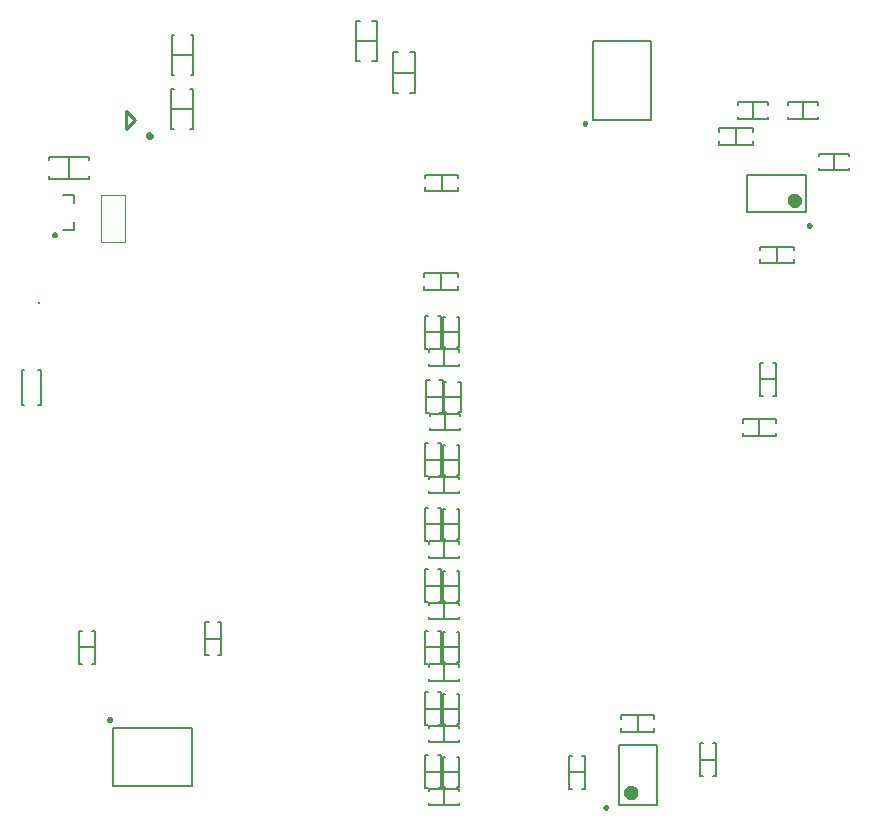
<source format=gbo>
%FSTAX23Y23*%
%MOIN*%
%SFA1B1*%

%IPPOS*%
%ADD10C,0.009840*%
%ADD11C,0.023620*%
%ADD12C,0.010000*%
%ADD13C,0.005910*%
%ADD14C,0.007870*%
%ADD63C,0.019680*%
%ADD80C,0.003940*%
%LNsg_can_board-1*%
%LPD*%
G54D10*
X0213Y00052D02*
D01*
X0213Y00053*
X02129Y00053*
X02129Y00053*
X02129Y00054*
X02129Y00054*
X02129Y00054*
X02129Y00055*
X02129Y00055*
X02129Y00055*
X02128Y00056*
X02128Y00056*
X02128Y00056*
X02128Y00056*
X02127Y00057*
X02127Y00057*
X02127Y00057*
X02126Y00057*
X02126Y00057*
X02126Y00057*
X02125Y00057*
X02125Y00057*
X02125Y00057*
X02124*
X02124Y00057*
X02124Y00057*
X02123Y00057*
X02123Y00057*
X02123Y00057*
X02122Y00057*
X02122Y00057*
X02122Y00057*
X02122Y00056*
X02121Y00056*
X02121Y00056*
X02121Y00056*
X02121Y00055*
X0212Y00055*
X0212Y00055*
X0212Y00054*
X0212Y00054*
X0212Y00054*
X0212Y00053*
X0212Y00053*
X0212Y00053*
X0212Y00052*
X0212Y00052*
X0212Y00052*
X0212Y00051*
X0212Y00051*
X0212Y00051*
X0212Y0005*
X0212Y0005*
X0212Y0005*
X02121Y0005*
X02121Y00049*
X02121Y00049*
X02121Y00049*
X02122Y00049*
X02122Y00048*
X02122Y00048*
X02122Y00048*
X02123Y00048*
X02123Y00048*
X02123Y00048*
X02124Y00048*
X02124Y00048*
X02124Y00048*
X02125*
X02125Y00048*
X02125Y00048*
X02126Y00048*
X02126Y00048*
X02126Y00048*
X02127Y00048*
X02127Y00048*
X02127Y00048*
X02128Y00049*
X02128Y00049*
X02128Y00049*
X02128Y00049*
X02129Y0005*
X02129Y0005*
X02129Y0005*
X02129Y0005*
X02129Y00051*
X02129Y00051*
X02129Y00051*
X02129Y00052*
X0213Y00052*
X0213Y00052*
X0206Y02333D02*
D01*
X0206Y02333*
X0206Y02334*
X0206Y02334*
X0206Y02334*
X0206Y02335*
X0206Y02335*
X0206Y02335*
X0206Y02336*
X02059Y02336*
X02059Y02336*
X02059Y02336*
X02059Y02337*
X02059Y02337*
X02058Y02337*
X02058Y02337*
X02058Y02337*
X02057Y02338*
X02057Y02338*
X02057Y02338*
X02056Y02338*
X02056Y02338*
X02056Y02338*
X02055*
X02055Y02338*
X02055Y02338*
X02054Y02338*
X02054Y02338*
X02054Y02338*
X02053Y02337*
X02053Y02337*
X02053Y02337*
X02052Y02337*
X02052Y02337*
X02052Y02336*
X02052Y02336*
X02052Y02336*
X02051Y02336*
X02051Y02335*
X02051Y02335*
X02051Y02335*
X02051Y02334*
X02051Y02334*
X02051Y02334*
X02051Y02333*
X02051Y02333*
X02051Y02333*
X02051Y02332*
X02051Y02332*
X02051Y02332*
X02051Y02331*
X02051Y02331*
X02051Y02331*
X02051Y0233*
X02052Y0233*
X02052Y0233*
X02052Y0233*
X02052Y02329*
X02052Y02329*
X02053Y02329*
X02053Y02329*
X02053Y02329*
X02054Y02328*
X02054Y02328*
X02054Y02328*
X02055Y02328*
X02055Y02328*
X02055Y02328*
X02056*
X02056Y02328*
X02056Y02328*
X02057Y02328*
X02057Y02328*
X02057Y02328*
X02058Y02329*
X02058Y02329*
X02058Y02329*
X02059Y02329*
X02059Y02329*
X02059Y0233*
X02059Y0233*
X02059Y0233*
X0206Y0233*
X0206Y02331*
X0206Y02331*
X0206Y02331*
X0206Y02332*
X0206Y02332*
X0206Y02332*
X0206Y02333*
X0206Y02333*
X00476Y00345D02*
D01*
X00476Y00345*
X00476Y00346*
X00476Y00346*
X00476Y00346*
X00476Y00347*
X00476Y00347*
X00475Y00347*
X00475Y00348*
X00475Y00348*
X00475Y00348*
X00475Y00349*
X00474Y00349*
X00474Y00349*
X00474Y00349*
X00474Y00349*
X00473Y0035*
X00473Y0035*
X00473Y0035*
X00472Y0035*
X00472Y0035*
X00472Y0035*
X00471Y0035*
X00471*
X00471Y0035*
X0047Y0035*
X0047Y0035*
X0047Y0035*
X00469Y0035*
X00469Y0035*
X00469Y00349*
X00468Y00349*
X00468Y00349*
X00468Y00349*
X00468Y00349*
X00467Y00348*
X00467Y00348*
X00467Y00348*
X00467Y00347*
X00467Y00347*
X00467Y00347*
X00466Y00346*
X00466Y00346*
X00466Y00346*
X00466Y00345*
X00466Y00345*
X00466Y00345*
X00466Y00344*
X00466Y00344*
X00466Y00344*
X00467Y00343*
X00467Y00343*
X00467Y00343*
X00467Y00342*
X00467Y00342*
X00467Y00342*
X00468Y00342*
X00468Y00341*
X00468Y00341*
X00468Y00341*
X00469Y00341*
X00469Y00341*
X00469Y00341*
X0047Y0034*
X0047Y0034*
X0047Y0034*
X00471Y0034*
X00471Y0034*
X00471*
X00472Y0034*
X00472Y0034*
X00472Y0034*
X00473Y0034*
X00473Y00341*
X00473Y00341*
X00474Y00341*
X00474Y00341*
X00474Y00341*
X00474Y00341*
X00475Y00342*
X00475Y00342*
X00475Y00342*
X00475Y00342*
X00475Y00343*
X00476Y00343*
X00476Y00343*
X00476Y00344*
X00476Y00344*
X00476Y00344*
X00476Y00345*
X00476Y00345*
X00292Y01961D02*
D01*
X00292Y01961*
X00292Y01962*
X00292Y01962*
X00292Y01962*
X00292Y01963*
X00292Y01963*
X00291Y01963*
X00291Y01964*
X00291Y01964*
X00291Y01964*
X00291Y01964*
X0029Y01965*
X0029Y01965*
X0029Y01965*
X0029Y01965*
X00289Y01965*
X00289Y01966*
X00289Y01966*
X00288Y01966*
X00288Y01966*
X00288Y01966*
X00287Y01966*
X00287*
X00287Y01966*
X00286Y01966*
X00286Y01966*
X00286Y01966*
X00285Y01966*
X00285Y01965*
X00285Y01965*
X00284Y01965*
X00284Y01965*
X00284Y01965*
X00284Y01964*
X00283Y01964*
X00283Y01964*
X00283Y01964*
X00283Y01963*
X00283Y01963*
X00282Y01963*
X00282Y01962*
X00282Y01962*
X00282Y01962*
X00282Y01961*
X00282Y01961*
X00282Y01961*
X00282Y0196*
X00282Y0196*
X00282Y0196*
X00282Y01959*
X00283Y01959*
X00283Y01959*
X00283Y01958*
X00283Y01958*
X00283Y01958*
X00284Y01958*
X00284Y01957*
X00284Y01957*
X00284Y01957*
X00285Y01957*
X00285Y01957*
X00285Y01956*
X00286Y01956*
X00286Y01956*
X00286Y01956*
X00287Y01956*
X00287Y01956*
X00287*
X00288Y01956*
X00288Y01956*
X00288Y01956*
X00289Y01956*
X00289Y01956*
X00289Y01957*
X0029Y01957*
X0029Y01957*
X0029Y01957*
X0029Y01957*
X00291Y01958*
X00291Y01958*
X00291Y01958*
X00291Y01958*
X00291Y01959*
X00292Y01959*
X00292Y01959*
X00292Y0196*
X00292Y0196*
X00292Y0196*
X00292Y01961*
X00292Y01961*
X02808Y01992D02*
D01*
X02808Y01993*
X02808Y01993*
X02808Y01993*
X02808Y01994*
X02808Y01994*
X02807Y01994*
X02807Y01995*
X02807Y01995*
X02807Y01995*
X02807Y01995*
X02807Y01996*
X02806Y01996*
X02806Y01996*
X02806Y01996*
X02805Y01996*
X02805Y01997*
X02805Y01997*
X02804Y01997*
X02804Y01997*
X02804Y01997*
X02803Y01997*
X02803Y01997*
X02803*
X02802Y01997*
X02802Y01997*
X02802Y01997*
X02801Y01997*
X02801Y01997*
X02801Y01997*
X02801Y01996*
X028Y01996*
X028Y01996*
X028Y01996*
X02799Y01996*
X02799Y01995*
X02799Y01995*
X02799Y01995*
X02799Y01995*
X02798Y01994*
X02798Y01994*
X02798Y01994*
X02798Y01993*
X02798Y01993*
X02798Y01993*
X02798Y01992*
X02798Y01992*
X02798Y01992*
X02798Y01991*
X02798Y01991*
X02798Y01991*
X02798Y0199*
X02799Y0199*
X02799Y0199*
X02799Y01989*
X02799Y01989*
X02799Y01989*
X028Y01989*
X028Y01988*
X028Y01988*
X02801Y01988*
X02801Y01988*
X02801Y01988*
X02801Y01988*
X02802Y01987*
X02802Y01987*
X02802Y01987*
X02803Y01987*
X02803*
X02803Y01987*
X02804Y01987*
X02804Y01987*
X02804Y01988*
X02805Y01988*
X02805Y01988*
X02805Y01988*
X02806Y01988*
X02806Y01988*
X02806Y01989*
X02807Y01989*
X02807Y01989*
X02807Y01989*
X02807Y0199*
X02807Y0199*
X02807Y0199*
X02808Y01991*
X02808Y01991*
X02808Y01991*
X02808Y01992*
X02808Y01992*
X02808Y01992*
G54D11*
X0222Y00102D02*
D01*
X0222Y00103*
X0222Y00104*
X0222Y00104*
X0222Y00105*
X02219Y00106*
X02219Y00107*
X02219Y00107*
X02218Y00108*
X02218Y00109*
X02217Y00109*
X02217Y0011*
X02216Y00111*
X02216Y00111*
X02215Y00112*
X02214Y00112*
X02213Y00112*
X02213Y00113*
X02212Y00113*
X02211Y00113*
X0221Y00113*
X02209Y00114*
X02209Y00114*
X02208*
X02207Y00114*
X02206Y00113*
X02205Y00113*
X02205Y00113*
X02204Y00113*
X02203Y00112*
X02202Y00112*
X02202Y00112*
X02201Y00111*
X022Y00111*
X022Y0011*
X02199Y00109*
X02199Y00109*
X02198Y00108*
X02198Y00107*
X02197Y00107*
X02197Y00106*
X02197Y00105*
X02197Y00104*
X02197Y00104*
X02196Y00103*
X02196Y00102*
X02196Y00101*
X02197Y001*
X02197Y00099*
X02197Y00099*
X02197Y00098*
X02197Y00097*
X02198Y00096*
X02198Y00096*
X02199Y00095*
X02199Y00094*
X022Y00094*
X022Y00093*
X02201Y00093*
X02202Y00092*
X02202Y00092*
X02203Y00091*
X02204Y00091*
X02205Y00091*
X02205Y0009*
X02206Y0009*
X02207Y0009*
X02208Y0009*
X02209*
X02209Y0009*
X0221Y0009*
X02211Y0009*
X02212Y00091*
X02213Y00091*
X02213Y00091*
X02214Y00092*
X02215Y00092*
X02216Y00093*
X02216Y00093*
X02217Y00094*
X02217Y00094*
X02218Y00095*
X02218Y00096*
X02219Y00096*
X02219Y00097*
X02219Y00098*
X0222Y00099*
X0222Y00099*
X0222Y001*
X0222Y00101*
X0222Y00102*
X02765Y02076D02*
D01*
X02765Y02077*
X02765Y02078*
X02765Y02078*
X02765Y02079*
X02765Y0208*
X02764Y02081*
X02764Y02081*
X02764Y02082*
X02763Y02083*
X02763Y02083*
X02762Y02084*
X02761Y02085*
X02761Y02085*
X0276Y02086*
X02759Y02086*
X02759Y02086*
X02758Y02087*
X02757Y02087*
X02756Y02087*
X02756Y02088*
X02755Y02088*
X02754Y02088*
X02753*
X02752Y02088*
X02752Y02088*
X02751Y02087*
X0275Y02087*
X02749Y02087*
X02748Y02086*
X02748Y02086*
X02747Y02086*
X02746Y02085*
X02746Y02085*
X02745Y02084*
X02745Y02083*
X02744Y02083*
X02744Y02082*
X02743Y02081*
X02743Y02081*
X02742Y0208*
X02742Y02079*
X02742Y02078*
X02742Y02078*
X02742Y02077*
X02742Y02076*
X02742Y02075*
X02742Y02074*
X02742Y02073*
X02742Y02073*
X02742Y02072*
X02743Y02071*
X02743Y0207*
X02744Y0207*
X02744Y02069*
X02745Y02068*
X02745Y02068*
X02746Y02067*
X02746Y02067*
X02747Y02066*
X02748Y02066*
X02748Y02065*
X02749Y02065*
X0275Y02065*
X02751Y02064*
X02752Y02064*
X02752Y02064*
X02753Y02064*
X02754*
X02755Y02064*
X02756Y02064*
X02756Y02064*
X02757Y02065*
X02758Y02065*
X02759Y02065*
X02759Y02066*
X0276Y02066*
X02761Y02067*
X02761Y02067*
X02762Y02068*
X02763Y02068*
X02763Y02069*
X02764Y0207*
X02764Y0207*
X02764Y02071*
X02765Y02072*
X02765Y02073*
X02765Y02073*
X02765Y02074*
X02765Y02075*
X02765Y02076*
G54D12*
X00525Y02375D02*
X00555Y02345D01*
X00525Y0232D02*
Y02375D01*
Y02315D02*
Y0232D01*
Y02315D02*
X00555Y02345D01*
G54D13*
X00677Y02313D02*
Y02446D01*
X00685*
X00677Y02313D02*
X00685D01*
X00677Y0238D02*
X00748D01*
X0074Y02446D02*
X00748D01*
Y02313D02*
Y02446D01*
X0074Y02313D02*
X00748D01*
X00679Y0256D02*
X0075D01*
X00742Y02493D02*
X0075D01*
Y02626*
X00742D02*
X0075D01*
X00679Y02493D02*
X00687D01*
X00679D02*
Y02626D01*
X00687*
X00789Y00614D02*
X00844D01*
X00832Y00559D02*
X00844D01*
Y0067*
X00832D02*
X00844D01*
X00789D02*
X00801D01*
X00789Y00559D02*
Y0067D01*
Y00559D02*
X00801D01*
X02002Y00169D02*
X02057D01*
X02002Y00224D02*
X02014D01*
X02002Y00114D02*
Y00224D01*
Y00114D02*
X02014D01*
X02045D02*
X02057D01*
Y00224*
X02045D02*
X02057D01*
X02438Y00212D02*
X02493D01*
X02438Y00268D02*
X0245D01*
X02438Y00157D02*
Y00268D01*
Y00157D02*
X0245D01*
X02482D02*
X02493D01*
Y00268*
X02482D02*
X02493D01*
X02751Y01867D02*
Y01879D01*
X0264Y01867D02*
X02751D01*
X0264D02*
Y01879D01*
Y0191D02*
Y01922D01*
X02751*
Y0191D02*
Y01922D01*
X02696Y01867D02*
Y01922D01*
X02504Y02305D02*
Y02317D01*
X02615*
Y02305D02*
Y02317D01*
Y02262D02*
Y02274D01*
X02504Y02262D02*
X02615D01*
X02504D02*
Y02274D01*
X0256Y02262D02*
Y02317D01*
X02666Y02348D02*
Y02355D01*
X02566Y02348D02*
X02666D01*
X02566D02*
Y02355D01*
Y02395D02*
Y02403D01*
X02666*
Y02395D02*
Y02403D01*
X02616Y02348D02*
Y02403D01*
X02781Y02348D02*
Y02403D01*
X02831Y02395D02*
Y02403D01*
X02731D02*
X02831D01*
X02731Y02395D02*
Y02403D01*
Y02348D02*
Y02355D01*
Y02348D02*
X02831D01*
Y02355*
X01346Y02541D02*
X01362D01*
Y02675*
X01346D02*
X01362D01*
X01291D02*
X01307D01*
X01291Y02541D02*
Y02675D01*
Y02541D02*
X01307D01*
X01291Y02608D02*
X01362D01*
X01578Y02107D02*
Y02162D01*
X01523Y02107D02*
Y02119D01*
Y02107D02*
X01633D01*
Y02119*
Y0215D02*
Y02162D01*
X01523D02*
X01633D01*
X01523Y0215D02*
Y02162D01*
X01575Y01778D02*
Y01833D01*
X0152Y01778D02*
Y0179D01*
Y01778D02*
X01631D01*
Y0179*
Y01822D02*
Y01833D01*
X0152D02*
X01631D01*
X0152Y01822D02*
Y01833D01*
X02937Y02177D02*
Y02185D01*
X02837Y02177D02*
X02937D01*
X02837D02*
Y02185D01*
Y02225D02*
Y02232D01*
X02937*
Y02225D02*
Y02232D01*
X02887Y02177D02*
Y02232D01*
X00233Y01393D02*
X00241D01*
Y01511*
X00233D02*
X00241D01*
X00178D02*
X00186D01*
X00178Y01393D02*
Y01511D01*
Y01393D02*
X00186D01*
X01472Y02435D02*
X01488D01*
Y02569*
X01472D02*
X01488D01*
X01417D02*
X01433D01*
X01417Y02435D02*
Y02569D01*
Y02435D02*
X01433D01*
X01417Y02502D02*
X01488D01*
X00368Y00531D02*
X0038D01*
X00368D02*
Y00641D01*
X0038*
X00411D02*
X00423D01*
Y00531D02*
Y00641D01*
X00411Y00531D02*
X00423D01*
X00368Y00586D02*
X00423D01*
X02177Y00348D02*
Y0036D01*
X02287*
Y00348D02*
Y0036D01*
Y00305D02*
Y00317D01*
X02177Y00305D02*
X02287D01*
X02177D02*
Y00317D01*
X02232Y00305D02*
Y0036D01*
X02638Y01424D02*
X0265D01*
X02638D02*
Y01535D01*
X0265*
X02682D02*
X02694D01*
Y01424D02*
Y01535D01*
X02682Y01424D02*
X02694D01*
X02638Y0148D02*
X02694D01*
X00268Y02148D02*
X00401D01*
X00268D02*
Y02156D01*
X00401Y02148D02*
Y02156D01*
X00335Y02148D02*
Y02219D01*
X00268Y02211D02*
Y02219D01*
X00401*
Y02211D02*
Y02219D01*
X01577Y00116D02*
Y00226D01*
X01565Y00116D02*
X01577D01*
X01565Y00226D02*
X01577D01*
X01522Y00171D02*
X01577D01*
X01522Y00116D02*
X01534D01*
X01522D02*
Y00226D01*
X01534*
X01637Y00121D02*
Y00221D01*
X01629Y00121D02*
X01637D01*
X01629Y00221D02*
X01637D01*
X01581Y00171D02*
X01637D01*
X01581Y00121D02*
X01589D01*
X01581D02*
Y00221D01*
X01589*
X02581Y01334D02*
Y01346D01*
X02692*
Y01334D02*
Y01346D01*
Y01291D02*
Y01302D01*
X02581Y01291D02*
X02692D01*
X02581D02*
Y01302D01*
X02637Y01291D02*
Y01346D01*
X01535Y00059D02*
Y00066D01*
Y00059D02*
X01635D01*
Y00066*
X01585Y00059D02*
Y00114D01*
X01535Y00106D02*
Y00114D01*
X01635Y00106D02*
Y00114D01*
X01535D02*
X01635D01*
X01535Y00269D02*
Y00276D01*
Y00269D02*
X01635D01*
Y00276*
X01585Y00269D02*
Y00324D01*
X01535Y00316D02*
Y00324D01*
X01635Y00316D02*
Y00324D01*
X01535D02*
X01635D01*
X01522Y00436D02*
X01534D01*
X01522Y00326D02*
Y00436D01*
Y00326D02*
X01534D01*
X01522Y00381D02*
X01577D01*
X01565Y00436D02*
X01577D01*
X01565Y00326D02*
X01577D01*
Y00436*
X01581Y00431D02*
X01589D01*
X01581Y00331D02*
Y00431D01*
Y00331D02*
X01589D01*
X01581Y00381D02*
X01637D01*
X01629Y00431D02*
X01637D01*
X01629Y00331D02*
X01637D01*
Y00431*
X01535Y00884D02*
Y00891D01*
Y00884D02*
X01635D01*
Y00891*
X01585Y00884D02*
Y00939D01*
X01535Y00931D02*
Y00939D01*
X01635Y00931D02*
Y00939D01*
X01535D02*
X01635D01*
X01522Y01051D02*
X01534D01*
X01522Y00941D02*
Y01051D01*
Y00941D02*
X01534D01*
X01522Y00996D02*
X01577D01*
X01565Y01051D02*
X01577D01*
X01565Y00941D02*
X01577D01*
Y01051*
X01581Y01046D02*
X01589D01*
X01581Y00946D02*
Y01046D01*
Y00946D02*
X01589D01*
X01581Y00996D02*
X01637D01*
X01629Y01046D02*
X01637D01*
X01629Y00946D02*
X01637D01*
Y01046*
X01535Y01099D02*
Y01106D01*
Y01099D02*
X01635D01*
Y01106*
X01585Y01099D02*
Y01154D01*
X01535Y01146D02*
Y01154D01*
X01635Y01146D02*
Y01154D01*
X01535D02*
X01635D01*
X01522Y01266D02*
X01534D01*
X01522Y01156D02*
Y01266D01*
Y01156D02*
X01534D01*
X01522Y01211D02*
X01577D01*
X01565Y01266D02*
X01577D01*
X01565Y01156D02*
X01577D01*
Y01266*
X01581Y01261D02*
X01589D01*
X01581Y01161D02*
Y01261D01*
Y01161D02*
X01589D01*
X01581Y01211D02*
X01637D01*
X01629Y01261D02*
X01637D01*
X01629Y01161D02*
X01637D01*
Y01261*
X01535Y00679D02*
Y00686D01*
Y00679D02*
X01635D01*
Y00686*
X01585Y00679D02*
Y00734D01*
X01535Y00726D02*
Y00734D01*
X01635Y00726D02*
Y00734D01*
X01535D02*
X01635D01*
X01522Y00846D02*
X01534D01*
X01522Y00736D02*
Y00846D01*
Y00736D02*
X01534D01*
X01522Y00791D02*
X01577D01*
X01565Y00846D02*
X01577D01*
X01565Y00736D02*
X01577D01*
Y00846*
X01581Y00841D02*
X01589D01*
X01581Y00741D02*
Y00841D01*
Y00741D02*
X01589D01*
X01581Y00791D02*
X01637D01*
X01629Y00841D02*
X01637D01*
X01629Y00741D02*
X01637D01*
Y00841*
X01535Y00474D02*
Y00481D01*
Y00474D02*
X01635D01*
Y00481*
X01585Y00474D02*
Y00529D01*
X01535Y00521D02*
Y00529D01*
X01635Y00521D02*
Y00529D01*
X01535D02*
X01635D01*
X01522Y00641D02*
X01534D01*
X01522Y00531D02*
Y00641D01*
Y00531D02*
X01534D01*
X01522Y00586D02*
X01577D01*
X01565Y00641D02*
X01577D01*
X01565Y00531D02*
X01577D01*
Y00641*
X01581Y00636D02*
X01589D01*
X01581Y00536D02*
Y00636D01*
Y00536D02*
X01589D01*
X01581Y00586D02*
X01637D01*
X01629Y00636D02*
X01637D01*
X01629Y00536D02*
X01637D01*
Y00636*
X0154Y01309D02*
Y01316D01*
Y01309D02*
X0164D01*
Y01316*
X0159Y01309D02*
Y01364D01*
X0154Y01356D02*
Y01364D01*
X0164Y01356D02*
Y01364D01*
X0154D02*
X0164D01*
X01527Y01476D02*
X01539D01*
X01527Y01366D02*
Y01476D01*
Y01366D02*
X01539D01*
X01527Y01421D02*
X01582D01*
X0157Y01476D02*
X01582D01*
X0157Y01366D02*
X01582D01*
Y01476*
X01586Y01471D02*
X01594D01*
X01586Y01371D02*
Y01471D01*
Y01371D02*
X01594D01*
X01586Y01421D02*
X01642D01*
X01634Y01471D02*
X01642D01*
X01634Y01371D02*
X01642D01*
Y01471*
X01535Y01524D02*
Y01531D01*
Y01524D02*
X01635D01*
Y01531*
X01585Y01524D02*
Y01579D01*
X01535Y01571D02*
Y01579D01*
X01635Y01571D02*
Y01579D01*
X01535D02*
X01635D01*
X01581Y01686D02*
X01589D01*
X01581Y01586D02*
Y01686D01*
Y01586D02*
X01589D01*
X01581Y01636D02*
X01637D01*
X01629Y01686D02*
X01637D01*
X01629Y01586D02*
X01637D01*
Y01686*
X01522Y01691D02*
X01534D01*
X01522Y01581D02*
Y01691D01*
Y01581D02*
X01534D01*
X01522Y01636D02*
X01577D01*
X01565Y01691D02*
X01577D01*
X01565Y01581D02*
X01577D01*
Y01691*
G54D14*
X02169Y00259D02*
X02295D01*
X02169Y00062D02*
X02295D01*
Y00259*
X02169Y00062D02*
Y00259D01*
X02083Y02607D02*
X02276D01*
X02083Y02343D02*
X02276D01*
Y02607*
X02083Y02343D02*
Y02607D01*
X00745Y00125D02*
Y00318D01*
X00481Y00125D02*
Y00318D01*
Y00125D02*
X00745D01*
X00481Y00318D02*
X00745D01*
X00315Y02095D02*
X00354D01*
Y02067D02*
Y02095D01*
Y01977D02*
Y02004D01*
X00315Y01977D02*
X00354D01*
X02596Y02037D02*
X02793D01*
X02596Y02162D02*
X02793D01*
Y02037D02*
Y02162D01*
X02596Y02037D02*
Y02162D01*
G54D63*
X00608Y0229D02*
D01*
X00608Y0229*
X00608Y0229*
X00608Y0229*
X00608Y02291*
X00608Y02291*
X00608Y02291*
X00608Y02291*
X00608Y02292*
X00608Y02292*
X00608Y02292*
X00607Y02292*
X00607Y02292*
X00607Y02293*
X00607Y02293*
X00606Y02293*
X00606Y02293*
X00606Y02293*
X00606Y02293*
X00605Y02293*
X00605Y02293*
X00605Y02293*
X00605Y02293*
X00604*
X00604Y02293*
X00604Y02293*
X00604Y02293*
X00603Y02293*
X00603Y02293*
X00603Y02293*
X00603Y02293*
X00602Y02293*
X00602Y02293*
X00602Y02292*
X00602Y02292*
X00601Y02292*
X00601Y02292*
X00601Y02292*
X00601Y02291*
X00601Y02291*
X00601Y02291*
X00601Y02291*
X00601Y0229*
X00601Y0229*
X00601Y0229*
X00601Y0229*
X00601Y02289*
X00601Y02289*
X00601Y02289*
X00601Y02288*
X00601Y02288*
X00601Y02288*
X00601Y02288*
X00601Y02287*
X00601Y02287*
X00601Y02287*
X00602Y02287*
X00602Y02287*
X00602Y02286*
X00602Y02286*
X00603Y02286*
X00603Y02286*
X00603Y02286*
X00603Y02286*
X00604Y02286*
X00604Y02286*
X00604Y02286*
X00604Y02286*
X00605*
X00605Y02286*
X00605Y02286*
X00605Y02286*
X00606Y02286*
X00606Y02286*
X00606Y02286*
X00606Y02286*
X00607Y02286*
X00607Y02286*
X00607Y02287*
X00607Y02287*
X00608Y02287*
X00608Y02287*
X00608Y02287*
X00608Y02288*
X00608Y02288*
X00608Y02288*
X00608Y02288*
X00608Y02289*
X00608Y02289*
X00608Y02289*
X00608Y0229*
G54D80*
X00236Y01735D02*
D01*
X00236Y01735*
X00236Y01735*
X00236Y01735*
X00236Y01736*
X00236Y01736*
X00236Y01736*
X00235Y01736*
X00235Y01736*
X00235Y01736*
X00235Y01736*
X00235Y01736*
X00235Y01737*
X00235Y01737*
X00235Y01737*
X00235Y01737*
X00235Y01737*
X00234Y01737*
X00234Y01737*
X00234Y01737*
X00234Y01737*
X00234Y01737*
X00234Y01737*
X00234*
X00234Y01737*
X00233Y01737*
X00233Y01737*
X00233Y01737*
X00233Y01737*
X00233Y01737*
X00233Y01737*
X00233Y01737*
X00232Y01737*
X00232Y01737*
X00232Y01736*
X00232Y01736*
X00232Y01736*
X00232Y01736*
X00232Y01736*
X00232Y01736*
X00232Y01736*
X00232Y01736*
X00232Y01735*
X00232Y01735*
X00232Y01735*
X00232Y01735*
X00232Y01735*
X00232Y01735*
X00232Y01735*
X00232Y01735*
X00232Y01734*
X00232Y01734*
X00232Y01734*
X00232Y01734*
X00232Y01734*
X00232Y01734*
X00232Y01734*
X00232Y01734*
X00232Y01734*
X00233Y01733*
X00233Y01733*
X00233Y01733*
X00233Y01733*
X00233Y01733*
X00233Y01733*
X00233Y01733*
X00234Y01733*
X00234Y01733*
X00234*
X00234Y01733*
X00234Y01733*
X00234Y01733*
X00234Y01733*
X00234Y01733*
X00235Y01733*
X00235Y01733*
X00235Y01733*
X00235Y01734*
X00235Y01734*
X00235Y01734*
X00235Y01734*
X00235Y01734*
X00235Y01734*
X00235Y01734*
X00236Y01734*
X00236Y01734*
X00236Y01735*
X00236Y01735*
X00236Y01735*
X00236Y01735*
X00236Y01735*
X00522Y01937D02*
Y02094D01*
X00493Y01937D02*
X00522D01*
X00443Y02094D02*
X00522D01*
X00443Y01937D02*
X00493D01*
X00443D02*
Y02094D01*
M02*
</source>
